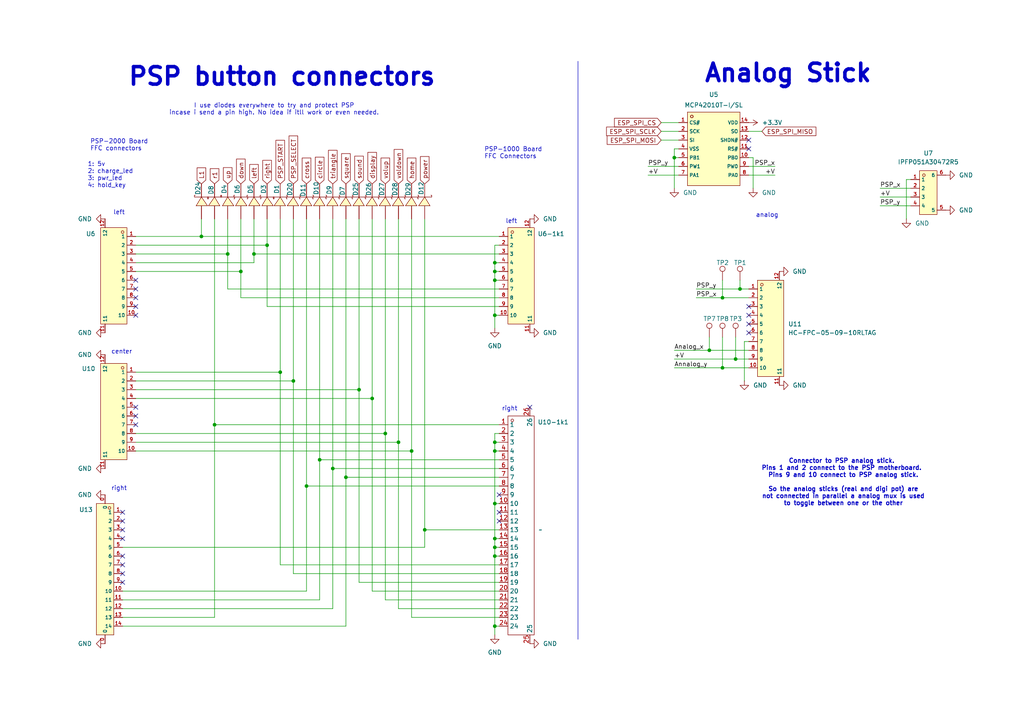
<source format=kicad_sch>
(kicad_sch (version 20231120) (generator "eeschema") (generator_version "8.0")
  (paper "A4")
  (title_block (title "PSP-Bluetooth") (date "2024-07-25") (rev "0.1") (comment 2 "https://github.com/ste2425/PSP-Bluetooth") (comment 4 "UNDER REVIEW - SUBJECT TO CHANGE"))
  (lib_symbols
    (symbol "1N5819WS_1" (pin_numbers hide) (pin_names hide)
      (property "Reference" "D" (at 0 1.27 0))
      (property "Value" "1N5819WS" (at 0 -2.54 0))
      (symbol "1N5819WS_1_0_1"
        (polyline (pts (xy -1.27 0) (xy -1.27 -2.032) (xy -0.762 -2.032) (xy -0.762 -1.778)))
        (polyline (pts (xy -1.27 0) (xy -1.27 2.032) (xy -1.778 2.032) (xy -1.778 1.778)))
        (polyline (pts (xy 1.27 1.524) (xy -1.27 0) (xy 1.27 -1.778) (xy 1.27 1.524)) (fill (type background)))
        (pin unspecified line (at -5.08 0 0) (length 3.81) (name "K") (number "1"))
        (pin unspecified line (at 5.08 0 180) (length 3.81) (name "A") (number "2"))
      )
    )
    (symbol "1N5819WS_10" (pin_numbers hide) (pin_names hide)
      (property "Reference" "D" (at 0 1.27 0))
      (property "Value" "1N5819WS" (at 0 -2.54 0))
      (symbol "1N5819WS_10_0_1"
        (polyline (pts (xy -1.27 0) (xy -1.27 -2.032) (xy -0.762 -2.032) (xy -0.762 -1.778)))
        (polyline (pts (xy -1.27 0) (xy -1.27 2.032) (xy -1.778 2.032) (xy -1.778 1.778)))
        (polyline (pts (xy 1.27 1.524) (xy -1.27 0) (xy 1.27 -1.778) (xy 1.27 1.524)) (fill (type background)))
        (pin unspecified line (at -5.08 0 0) (length 3.81) (name "K") (number "1"))
        (pin unspecified line (at 5.08 0 180) (length 3.81) (name "A") (number "2"))
      )
    )
    (symbol "1N5819WS_11" (pin_numbers hide) (pin_names hide)
      (property "Reference" "D" (at 0 1.27 0))
      (property "Value" "1N5819WS" (at 0 -2.54 0))
      (symbol "1N5819WS_11_0_1"
        (polyline (pts (xy -1.27 0) (xy -1.27 -2.032) (xy -0.762 -2.032) (xy -0.762 -1.778)))
        (polyline (pts (xy -1.27 0) (xy -1.27 2.032) (xy -1.778 2.032) (xy -1.778 1.778)))
        (polyline (pts (xy 1.27 1.524) (xy -1.27 0) (xy 1.27 -1.778) (xy 1.27 1.524)) (fill (type background)))
        (pin unspecified line (at -5.08 0 0) (length 3.81) (name "K") (number "1"))
        (pin unspecified line (at 5.08 0 180) (length 3.81) (name "A") (number "2"))
      )
    )
    (symbol "1N5819WS_12" (pin_numbers hide) (pin_names hide)
      (property "Reference" "D" (at 0 1.27 0))
      (property "Value" "1N5819WS" (at 0 -2.54 0))
      (symbol "1N5819WS_12_0_1"
        (polyline (pts (xy -1.27 0) (xy -1.27 -2.032) (xy -0.762 -2.032) (xy -0.762 -1.778)))
        (polyline (pts (xy -1.27 0) (xy -1.27 2.032) (xy -1.778 2.032) (xy -1.778 1.778)))
        (polyline (pts (xy 1.27 1.524) (xy -1.27 0) (xy 1.27 -1.778) (xy 1.27 1.524)) (fill (type background)))
        (pin unspecified line (at -5.08 0 0) (length 3.81) (name "K") (number "1"))
        (pin unspecified line (at 5.08 0 180) (length 3.81) (name "A") (number "2"))
      )
    )
    (symbol "1N5819WS_13" (pin_numbers hide) (pin_names hide)
      (property "Reference" "D" (at 0 1.27 0))
      (property "Value" "1N5819WS" (at 0 -2.54 0))
      (symbol "1N5819WS_13_0_1"
        (polyline (pts (xy -1.27 0) (xy -1.27 -2.032) (xy -0.762 -2.032) (xy -0.762 -1.778)))
        (polyline (pts (xy -1.27 0) (xy -1.27 2.032) (xy -1.778 2.032) (xy -1.778 1.778)))
        (polyline (pts (xy 1.27 1.524) (xy -1.27 0) (xy 1.27 -1.778) (xy 1.27 1.524)) (fill (type background)))
        (pin unspecified line (at -5.08 0 0) (length 3.81) (name "K") (number "1"))
        (pin unspecified line (at 5.08 0 180) (length 3.81) (name "A") (number "2"))
      )
    )
    (symbol "1N5819WS_14" (pin_numbers hide) (pin_names hide)
      (property "Reference" "D" (at 0 1.27 0))
      (property "Value" "1N5819WS" (at 0 -2.54 0))
      (symbol "1N5819WS_14_0_1"
        (polyline (pts (xy -1.27 0) (xy -1.27 -2.032) (xy -0.762 -2.032) (xy -0.762 -1.778)))
        (polyline (pts (xy -1.27 0) (xy -1.27 2.032) (xy -1.778 2.032) (xy -1.778 1.778)))
        (polyline (pts (xy 1.27 1.524) (xy -1.27 0) (xy 1.27 -1.778) (xy 1.27 1.524)) (fill (type background)))
        (pin unspecified line (at -5.08 0 0) (length 3.81) (name "K") (number "1"))
        (pin unspecified line (at 5.08 0 180) (length 3.81) (name "A") (number "2"))
      )
    )
    (symbol "1N5819WS_15" (pin_numbers hide) (pin_names hide)
      (property "Reference" "D" (at 0 1.27 0))
      (property "Value" "1N5819WS" (at 0 -2.54 0))
      (symbol "1N5819WS_15_0_1"
        (polyline (pts (xy -1.27 0) (xy -1.27 -2.032) (xy -0.762 -2.032) (xy -0.762 -1.778)))
        (polyline (pts (xy -1.27 0) (xy -1.27 2.032) (xy -1.778 2.032) (xy -1.778 1.778)))
        (polyline (pts (xy 1.27 1.524) (xy -1.27 0) (xy 1.27 -1.778) (xy 1.27 1.524)) (fill (type background)))
        (pin unspecified line (at -5.08 0 0) (length 3.81) (name "K") (number "1"))
        (pin unspecified line (at 5.08 0 180) (length 3.81) (name "A") (number "2"))
      )
    )
    (symbol "1N5819WS_16" (pin_numbers hide) (pin_names hide)
      (property "Reference" "D" (at 0 1.27 0))
      (property "Value" "1N5819WS" (at 0 -2.54 0))
      (symbol "1N5819WS_16_0_1"
        (polyline (pts (xy -1.27 0) (xy -1.27 -2.032) (xy -0.762 -2.032) (xy -0.762 -1.778)))
        (polyline (pts (xy -1.27 0) (xy -1.27 2.032) (xy -1.778 2.032) (xy -1.778 1.778)))
        (polyline (pts (xy 1.27 1.524) (xy -1.27 0) (xy 1.27 -1.778) (xy 1.27 1.524)) (fill (type background)))
        (pin unspecified line (at -5.08 0 0) (length 3.81) (name "K") (number "1"))
        (pin unspecified line (at 5.08 0 180) (length 3.81) (name "A") (number "2"))
      )
    )
    (symbol "1N5819WS_17" (pin_numbers hide) (pin_names hide)
      (property "Reference" "D" (at 0 1.27 0))
      (property "Value" "1N5819WS" (at 0 -2.54 0))
      (symbol "1N5819WS_17_0_1"
        (polyline (pts (xy -1.27 0) (xy -1.27 -2.032) (xy -0.762 -2.032) (xy -0.762 -1.778)))
        (polyline (pts (xy -1.27 0) (xy -1.27 2.032) (xy -1.778 2.032) (xy -1.778 1.778)))
        (polyline (pts (xy 1.27 1.524) (xy -1.27 0) (xy 1.27 -1.778) (xy 1.27 1.524)) (fill (type background)))
        (pin unspecified line (at -5.08 0 0) (length 3.81) (name "K") (number "1"))
        (pin unspecified line (at 5.08 0 180) (length 3.81) (name "A") (number "2"))
      )
    )
    (symbol "1N5819WS_2" (pin_numbers hide) (pin_names hide)
      (property "Reference" "D" (at 0 1.27 0))
      (property "Value" "1N5819WS" (at 0 -2.54 0))
      (symbol "1N5819WS_2_0_1"
        (polyline (pts (xy -1.27 0) (xy -1.27 -2.032) (xy -0.762 -2.032) (xy -0.762 -1.778)))
        (polyline (pts (xy -1.27 0) (xy -1.27 2.032) (xy -1.778 2.032) (xy -1.778 1.778)))
        (polyline (pts (xy 1.27 1.524) (xy -1.27 0) (xy 1.27 -1.778) (xy 1.27 1.524)) (fill (type background)))
        (pin unspecified line (at -5.08 0 0) (length 3.81) (name "K") (number "1"))
        (pin unspecified line (at 5.08 0 180) (length 3.81) (name "A") (number "2"))
      )
    )
    (symbol "1N5819WS_3" (pin_numbers hide) (pin_names hide)
      (property "Reference" "D" (at 0 1.27 0))
      (property "Value" "1N5819WS" (at 0 -2.54 0))
      (symbol "1N5819WS_3_0_1"
        (polyline (pts (xy -1.27 0) (xy -1.27 -2.032) (xy -0.762 -2.032) (xy -0.762 -1.778)))
        (polyline (pts (xy -1.27 0) (xy -1.27 2.032) (xy -1.778 2.032) (xy -1.778 1.778)))
        (polyline (pts (xy 1.27 1.524) (xy -1.27 0) (xy 1.27 -1.778) (xy 1.27 1.524)) (fill (type background)))
        (pin unspecified line (at -5.08 0 0) (length 3.81) (name "K") (number "1"))
        (pin unspecified line (at 5.08 0 180) (length 3.81) (name "A") (number "2"))
      )
    )
    (symbol "1N5819WS_4" (pin_numbers hide) (pin_names hide)
      (property "Reference" "D" (at 0 1.27 0))
      (property "Value" "1N5819WS" (at 0 -2.54 0))
      (symbol "1N5819WS_4_0_1"
        (polyline (pts (xy -1.27 0) (xy -1.27 -2.032) (xy -0.762 -2.032) (xy -0.762 -1.778)))
        (polyline (pts (xy -1.27 0) (xy -1.27 2.032) (xy -1.778 2.032) (xy -1.778 1.778)))
        (polyline (pts (xy 1.27 1.524) (xy -1.27 0) (xy 1.27 -1.778) (xy 1.27 1.524)) (fill (type background)))
        (pin unspecified line (at -5.08 0 0) (length 3.81) (name "K") (number "1"))
        (pin unspecified line (at 5.08 0 180) (length 3.81) (name "A") (number "2"))
      )
    )
    (symbol "1N5819WS_5" (pin_numbers hide) (pin_names hide)
      (property "Reference" "D" (at 0 1.27 0))
      (property "Value" "1N5819WS" (at 0 -2.54 0))
      (symbol "1N5819WS_5_0_1"
        (polyline (pts (xy -1.27 0) (xy -1.27 -2.032) (xy -0.762 -2.032) (xy -0.762 -1.778)))
        (polyline (pts (xy -1.27 0) (xy -1.27 2.032) (xy -1.778 2.032) (xy -1.778 1.778)))
        (polyline (pts (xy 1.27 1.524) (xy -1.27 0) (xy 1.27 -1.778) (xy 1.27 1.524)) (fill (type background)))
        (pin unspecified line (at -5.08 0 0) (length 3.81) (name "K") (number "1"))
        (pin unspecified line (at 5.08 0 180) (length 3.81) (name "A") (number "2"))
      )
    )
    (symbol "1N5819WS_6" (pin_numbers hide) (pin_names hide)
      (property "Reference" "D" (at 0 1.27 0))
      (property "Value" "1N5819WS" (at 0 -2.54 0))
      (symbol "1N5819WS_6_0_1"
        (polyline (pts (xy -1.27 0) (xy -1.27 -2.032) (xy -0.762 -2.032) (xy -0.762 -1.778)))
        (polyline (pts (xy -1.27 0) (xy -1.27 2.032) (xy -1.778 2.032) (xy -1.778 1.778)))
        (polyline (pts (xy 1.27 1.524) (xy -1.27 0) (xy 1.27 -1.778) (xy 1.27 1.524)) (fill (type background)))
        (pin unspecified line (at -5.08 0 0) (length 3.81) (name "K") (number "1"))
        (pin unspecified line (at 5.08 0 180) (length 3.81) (name "A") (number "2"))
      )
    )
    (symbol "1N5819WS_7" (pin_numbers hide) (pin_names hide)
      (property "Reference" "D" (at 0 1.27 0))
      (property "Value" "1N5819WS" (at 0 -2.54 0))
      (symbol "1N5819WS_7_0_1"
        (polyline (pts (xy -1.27 0) (xy -1.27 -2.032) (xy -0.762 -2.032) (xy -0.762 -1.778)))
        (polyline (pts (xy -1.27 0) (xy -1.27 2.032) (xy -1.778 2.032) (xy -1.778 1.778)))
        (polyline (pts (xy 1.27 1.524) (xy -1.27 0) (xy 1.27 -1.778) (xy 1.27 1.524)) (fill (type background)))
        (pin unspecified line (at -5.08 0 0) (length 3.81) (name "K") (number "1"))
        (pin unspecified line (at 5.08 0 180) (length 3.81) (name "A") (number "2"))
      )
    )
    (symbol "1N5819WS_8" (pin_numbers hide) (pin_names hide)
      (property "Reference" "D" (at 0 1.27 0))
      (property "Value" "1N5819WS" (at 0 -2.54 0))
      (symbol "1N5819WS_8_0_1"
        (polyline (pts (xy -1.27 0) (xy -1.27 -2.032) (xy -0.762 -2.032) (xy -0.762 -1.778)))
        (polyline (pts (xy -1.27 0) (xy -1.27 2.032) (xy -1.778 2.032) (xy -1.778 1.778)))
        (polyline (pts (xy 1.27 1.524) (xy -1.27 0) (xy 1.27 -1.778) (xy 1.27 1.524)) (fill (type background)))
        (pin unspecified line (at -5.08 0 0) (length 3.81) (name "K") (number "1"))
        (pin unspecified line (at 5.08 0 180) (length 3.81) (name "A") (number "2"))
      )
    )
    (symbol "1N5819WS_9" (pin_numbers hide) (pin_names hide)
      (property "Reference" "D" (at 0 1.27 0))
      (property "Value" "1N5819WS" (at 0 -2.54 0))
      (symbol "1N5819WS_9_0_1"
        (polyline (pts (xy -1.27 0) (xy -1.27 -2.032) (xy -0.762 -2.032) (xy -0.762 -1.778)))
        (polyline (pts (xy -1.27 0) (xy -1.27 2.032) (xy -1.778 2.032) (xy -1.778 1.778)))
        (polyline (pts (xy 1.27 1.524) (xy -1.27 0) (xy 1.27 -1.778) (xy 1.27 1.524)) (fill (type background)))
        (pin unspecified line (at -5.08 0 0) (length 3.81) (name "K") (number "1"))
        (pin unspecified line (at 5.08 0 180) (length 3.81) (name "A") (number "2"))
      )
    )
    (symbol "Connector:TestPoint" (pin_numbers hide) (pin_names (offset 0.762) hide)
      (property "Reference" "TP" (at 0 6.858 0))
      (property "Value" "TestPoint" (at 0 5.08 0))
      (symbol "TestPoint_0_1"
        (circle (center 0 3.302) (radius 0.762))
      )
      (symbol "TestPoint_1_1"
        (pin passive line (at 0 0 90) (length 2.54) (name "1") (number "1"))
      )
    )
    (symbol "JLCPCB_schematic:1N5819WS" (pin_numbers hide) (pin_names hide)
      (property "Reference" "D" (at 0 1.27 0))
      (property "Value" "1N5819WS" (at 0 -2.54 0))
      (symbol "1N5819WS_0_1"
        (polyline (pts (xy -1.27 0) (xy -1.27 -2.032) (xy -0.762 -2.032) (xy -0.762 -1.778)))
        (polyline (pts (xy -1.27 0) (xy -1.27 2.032) (xy -1.778 2.032) (xy -1.778 1.778)))
        (polyline (pts (xy 1.27 1.524) (xy -1.27 0) (xy 1.27 -1.778) (xy 1.27 1.524)) (fill (type background)))
        (pin unspecified line (at -5.08 0 0) (length 3.81) (name "K") (number "1"))
        (pin unspecified line (at 5.08 0 180) (length 3.81) (name "A") (number "2"))
      )
    )
    (symbol "JLCPCB_schematic:AFC42-S14FMA-1H"
      (property "Reference" "U" (at 0 1.27 0))
      (property "Value" "AFC42-S14FMA-1H" (at 0 -2.54 0))
      (symbol "AFC42-S14FMA-1H_0_1"
        (rectangle (start -2.54 19.05) (end 2.54 -19.05) (fill (type background)))
        (circle (center -1.27 17.78) (radius 0.381) (fill (type background)))
        (pin unspecified line (at 0 -21.59 90) (length 2.54) (name "0") (number "0"))
        (pin unspecified line (at 0 21.59 270) (length 2.54) (name "0") (number "0"))
        (pin unspecified line (at -5.08 16.51 0) (length 2.54) (name "1") (number "1"))
        (pin unspecified line (at -5.08 -6.35 0) (length 2.54) (name "10") (number "10"))
        (pin unspecified line (at -5.08 -8.89 0) (length 2.54) (name "11") (number "11"))
        (pin unspecified line (at -5.08 -11.43 0) (length 2.54) (name "12") (number "12"))
        (pin unspecified line (at -5.08 -13.97 0) (length 2.54) (name "13") (number "13"))
        (pin unspecified line (at -5.08 -16.51 0) (length 2.54) (name "14") (number "14"))
        (pin unspecified line (at -5.08 13.97 0) (length 2.54) (name "2") (number "2"))
        (pin unspecified line (at -5.08 11.43 0) (length 2.54) (name "3") (number "3"))
        (pin unspecified line (at -5.08 8.89 0) (length 2.54) (name "4") (number "4"))
        (pin unspecified line (at -5.08 6.35 0) (length 2.54) (name "5") (number "5"))
        (pin unspecified line (at -5.08 3.81 0) (length 2.54) (name "6") (number "6"))
        (pin unspecified line (at -5.08 1.27 0) (length 2.54) (name "7") (number "7"))
        (pin unspecified line (at -5.08 -1.27 0) (length 2.54) (name "8") (number "8"))
        (pin unspecified line (at -5.08 -3.81 0) (length 2.54) (name "9") (number "9"))
      )
    )
    (symbol "JLCPCB_schematic:HC-FPC-05-09-10RLTAG"
      (property "Reference" "U" (at 0 1.27 0))
      (property "Value" "HC-FPC-05-09-10RLTAG" (at 0 -2.54 0))
      (symbol "HC-FPC-05-09-10RLTAG_0_1"
        (rectangle (start -2.54 13.97) (end 5.08 -13.97) (fill (type background)))
        (circle (center -1.27 12.7) (radius 0.381) (fill (type background)))
        (pin unspecified line (at -5.08 11.43 0) (length 2.54) (name "1") (number "1"))
        (pin unspecified line (at -5.08 -11.43 0) (length 2.54) (name "10") (number "10"))
        (pin unspecified line (at 3.81 -16.51 90) (length 2.54) (name "11") (number "11"))
        (pin unspecified line (at 3.81 16.51 270) (length 2.54) (name "12") (number "12"))
        (pin unspecified line (at -5.08 8.89 0) (length 2.54) (name "2") (number "2"))
        (pin unspecified line (at -5.08 6.35 0) (length 2.54) (name "3") (number "3"))
        (pin unspecified line (at -5.08 3.81 0) (length 2.54) (name "4") (number "4"))
        (pin unspecified line (at -5.08 1.27 0) (length 2.54) (name "5") (number "5"))
        (pin unspecified line (at -5.08 -1.27 0) (length 2.54) (name "6") (number "6"))
        (pin unspecified line (at -5.08 -3.81 0) (length 2.54) (name "7") (number "7"))
        (pin unspecified line (at -5.08 -6.35 0) (length 2.54) (name "8") (number "8"))
        (pin unspecified line (at -5.08 -8.89 0) (length 2.54) (name "9") (number "9"))
      )
    )
    (symbol "JLCPCB_schematic:HC-FPC-05-09-24RLTAG"
      (property "Reference" "FPC" (at 0 0 0))
      (symbol "HC-FPC-05-09-24RLTAG_1_0"
        (rectangle (start -2.54 -31.75) (end 5.08 31.75))
        (circle (center -1.27 30.48) (radius 0.381))
        (pin unspecified line (at -5.08 29.21 0) (length 2.54) (name "1") (number "1"))
        (pin unspecified line (at -5.08 6.35 0) (length 2.54) (name "10") (number "10"))
        (pin unspecified line (at -5.08 3.81 0) (length 2.54) (name "11") (number "11"))
        (pin unspecified line (at -5.08 1.27 0) (length 2.54) (name "12") (number "12"))
        (pin unspecified line (at -5.08 -1.27 0) (length 2.54) (name "13") (number "13"))
        (pin unspecified line (at -5.08 -3.81 0) (length 2.54) (name "14") (number "14"))
        (pin unspecified line (at -5.08 -6.35 0) (length 2.54) (name "15") (number "15"))
        (pin unspecified line (at -5.08 -8.89 0) (length 2.54) (name "16") (number "16"))
        (pin unspecified line (at -5.08 -11.43 0) (length 2.54) (name "17") (number "17"))
        (pin unspecified line (at -5.08 -13.97 0) (length 2.54) (name "18") (number "18"))
        (pin unspecified line (at -5.08 -16.51 0) (length 2.54) (name "19") (number "19"))
        (pin unspecified line (at -5.08 26.67 0) (length 2.54) (name "2") (number "2"))
        (pin unspecified line (at -5.08 -19.05 0) (length 2.54) (name "20") (number "20"))
        (pin unspecified line (at -5.08 -21.59 0) (length 2.54) (name "21") (number "21"))
        (pin unspecified line (at -5.08 -24.13 0) (length 2.54) (name "22") (number "22"))
        (pin unspecified line (at -5.08 -26.67 0) (length 2.54) (name "23") (number "23"))
        (pin unspecified line (at -5.08 -29.21 0) (length 2.54) (name "24") (number "24"))
        (pin unspecified line (at 3.81 -34.29 90) (length 2.54) (name "25") (number "25"))
        (pin unspecified line (at 3.81 34.29 270) (length 2.54) (name "26") (number "26"))
        (pin unspecified line (at -5.08 24.13 0) (length 2.54) (name "3") (number "3"))
        (pin unspecified line (at -5.08 21.59 0) (length 2.54) (name "4") (number "4"))
        (pin unspecified line (at -5.08 19.05 0) (length 2.54) (name "5") (number "5"))
        (pin unspecified line (at -5.08 16.51 0) (length 2.54) (name "6") (number "6"))
        (pin unspecified line (at -5.08 13.97 0) (length 2.54) (name "7") (number "7"))
        (pin unspecified line (at -5.08 11.43 0) (length 2.54) (name "8") (number "8"))
        (pin unspecified line (at -5.08 8.89 0) (length 2.54) (name "9") (number "9"))
      )
    )
    (symbol "JLCPCB_schematic:IPFP051A30472R5"
      (property "Reference" "U" (at 0 1.27 0))
      (property "Value" "IPFP051A30472R5" (at 0 -2.54 0))
      (symbol "IPFP051A30472R5_0_1"
        (rectangle (start -2.54 6.35) (end 2.54 -6.35) (fill (type background)))
        (circle (center -1.27 5.08) (radius 0.381) (fill (type background)))
        (pin unspecified line (at -5.08 3.81 0) (length 2.54) (name "1") (number "1"))
        (pin unspecified line (at -5.08 1.27 0) (length 2.54) (name "2") (number "2"))
        (pin unspecified line (at -5.08 -1.27 0) (length 2.54) (name "3") (number "3"))
        (pin unspecified line (at -5.08 -3.81 0) (length 2.54) (name "4") (number "4"))
        (pin unspecified line (at 5.08 -5.08 180) (length 2.54) (name "5") (number "5"))
        (pin unspecified line (at 5.08 5.08 180) (length 2.54) (name "6") (number "6"))
      )
    )
    (symbol "JLCPCB_schematic:MCP42010T-I/SL"
      (property "Reference" "U" (at 0 1.27 0))
      (property "Value" "MCP42010T-I{slash}SL" (at 0 -2.54 0))
      (symbol "MCP42010T-I/SL_0_1"
        (rectangle (start -7.62 10.668) (end 7.62 -10.668) (fill (type background)))
        (circle (center -6.35 9.398) (radius 0.381) (fill (type background)))
        (circle (center -6.35 9.398) (radius 0.381) (fill (type background)))
        (pin unspecified line (at -10.16 7.62 0) (length 2.54) (name "CS#") (number "1"))
        (pin unspecified line (at 10.16 -2.54 180) (length 2.54) (name "PB0") (number "10"))
        (pin unspecified line (at 10.16 0 180) (length 2.54) (name "RS#") (number "11"))
        (pin unspecified line (at 10.16 2.54 180) (length 2.54) (name "SHDN#") (number "12"))
        (pin unspecified line (at 10.16 5.08 180) (length 2.54) (name "SO") (number "13"))
        (pin unspecified line (at 10.16 7.62 180) (length 2.54) (name "VDD") (number "14"))
        (pin unspecified line (at -10.16 5.08 0) (length 2.54) (name "SCK") (number "2"))
        (pin unspecified line (at -10.16 2.54 0) (length 2.54) (name "SI") (number "3"))
        (pin unspecified line (at -10.16 0 0) (length 2.54) (name "VSS") (number "4"))
        (pin unspecified line (at -10.16 -2.54 0) (length 2.54) (name "PB1") (number "5"))
        (pin unspecified line (at -10.16 -5.08 0) (length 2.54) (name "PW1") (number "6"))
        (pin unspecified line (at -10.16 -7.62 0) (length 2.54) (name "PA1") (number "7"))
        (pin unspecified line (at 10.16 -7.62 180) (length 2.54) (name "PA0") (number "8"))
        (pin unspecified line (at 10.16 -5.08 180) (length 2.54) (name "PW0") (number "9"))
      )
    )
    (symbol "power:+3.3V" (power) (pin_numbers hide) (pin_names (offset 0) hide)
      (property "Value" "+3.3V" (at 0 3.556 0))
      (symbol "+3.3V_0_1"
        (polyline (pts (xy -0.762 1.27) (xy 0 2.54)))
        (polyline (pts (xy 0 0) (xy 0 2.54)))
        (polyline (pts (xy 0 2.54) (xy 0.762 1.27)))
      )
      (symbol "+3.3V_1_1"
        (pin power_in line (at 0 0 90) (length 0) (name "~") (number "1"))
      )
    )
    (symbol "power:GND" (power) (pin_numbers hide) (pin_names (offset 0) hide)
      (property "Value" "GND" (at 0 -3.81 0))
      (symbol "GND_0_1"
        (polyline (pts (xy 0 0) (xy 0 -1.27) (xy 1.27 -1.27) (xy 0 -2.54) (xy -1.27 -1.27) (xy 0 -1.27)))
      )
      (symbol "GND_1_1"
        (pin power_in line (at 0 0 270) (length 0) (name "~") (number "1"))
      )
    )
  )
  (junction (at 209.55 86.36))
  (junction (at 214.63 83.82))
  (junction (at 143.51 76.2))
  (junction (at 66.04 73.66))
  (junction (at 119.38 130.81))
  (junction (at 107.95 115.57))
  (junction (at 143.51 91.44))
  (junction (at 92.71 133.35))
  (junction (at 96.52 135.89))
  (junction (at 143.51 158.75))
  (junction (at 143.51 146.05))
  (junction (at 205.74 101.6))
  (junction (at 77.47 71.12))
  (junction (at 209.55 106.68))
  (junction (at 213.36 104.14))
  (junction (at 62.23 123.19))
  (junction (at 143.51 156.21))
  (junction (at 123.19 153.67))
  (junction (at 143.51 181.61))
  (junction (at 143.51 81.28))
  (junction (at 115.57 128.27))
  (junction (at 73.66 73.66))
  (junction (at 143.51 78.74))
  (junction (at 104.14 113.03))
  (junction (at 69.85 78.74))
  (junction (at 88.9 140.97))
  (junction (at 143.51 161.29))
  (junction (at 111.76 125.73))
  (junction (at 85.09 110.49))
  (junction (at 195.58 45.72))
  (junction (at 100.33 138.43))
  (junction (at 143.51 130.81))
  (junction (at 58.42 68.58))
  (junction (at 143.51 128.27))
  (junction (at 81.28 107.95))
  (no_connect (at 217.17 91.44))
  (no_connect (at 39.37 118.11))
  (no_connect (at 217.17 43.18))
  (no_connect (at 39.37 86.36))
  (no_connect (at 35.56 148.59))
  (no_connect (at 39.37 88.9))
  (no_connect (at 35.56 161.29))
  (no_connect (at 39.37 81.28))
  (no_connect (at 35.56 168.91))
  (no_connect (at 144.78 148.59))
  (no_connect (at 217.17 96.52))
  (no_connect (at 35.56 151.13))
  (no_connect (at 39.37 91.44))
  (no_connect (at 35.56 163.83))
  (no_connect (at 217.17 40.64))
  (no_connect (at 144.78 143.51))
  (no_connect (at 39.37 120.65))
  (no_connect (at 217.17 88.9))
  (no_connect (at 217.17 93.98))
  (no_connect (at 39.37 123.19))
  (no_connect (at 35.56 156.21))
  (no_connect (at 35.56 166.37))
  (no_connect (at 35.56 153.67))
  (no_connect (at 153.67 118.11))
  (no_connect (at 144.78 151.13))
  (no_connect (at 39.37 83.82))
  (wire (pts (xy 143.51 128.27) (xy 144.78 128.27)))
  (wire (pts (xy 69.85 86.36) (xy 69.85 78.74)))
  (wire (pts (xy 39.37 68.58) (xy 58.42 68.58)))
  (wire (pts (xy 62.23 123.19) (xy 62.23 179.07)))
  (wire (pts (xy 81.28 107.95) (xy 81.28 163.83)))
  (wire (pts (xy 115.57 128.27) (xy 39.37 128.27)))
  (wire (pts (xy 96.52 63.5) (xy 96.52 135.89)))
  (wire (pts (xy 107.95 115.57) (xy 107.95 171.45)))
  (wire (pts (xy 195.58 104.14) (xy 213.36 104.14)))
  (wire (pts (xy 115.57 128.27) (xy 115.57 176.53)))
  (wire (pts (xy 191.77 35.56) (xy 196.85 35.56)))
  (wire (pts (xy 144.78 88.9) (xy 77.47 88.9)))
  (wire (pts (xy 115.57 176.53) (xy 144.78 176.53)))
  (wire (pts (xy 85.09 110.49) (xy 39.37 110.49)))
  (wire (pts (xy 255.27 54.61) (xy 264.16 54.61)))
  (wire (pts (xy 104.14 113.03) (xy 104.14 168.91)))
  (wire (pts (xy 143.51 146.05) (xy 143.51 156.21)))
  (wire (pts (xy 88.9 140.97) (xy 144.78 140.97)))
  (wire (pts (xy 66.04 73.66) (xy 66.04 83.82)))
  (wire (pts (xy 73.66 76.2) (xy 39.37 76.2)))
  (wire (pts (xy 77.47 88.9) (xy 77.47 71.12)))
  (wire (pts (xy 143.51 128.27) (xy 143.51 130.81)))
  (wire (pts (xy 81.28 163.83) (xy 144.78 163.83)))
  (wire (pts (xy 205.74 101.6) (xy 217.17 101.6)))
  (wire (pts (xy 62.23 179.07) (xy 35.56 179.07)))
  (wire (pts (xy 209.55 97.79) (xy 209.55 106.68)))
  (wire (pts (xy 100.33 138.43) (xy 100.33 181.61)))
  (wire (pts (xy 191.77 40.64) (xy 196.85 40.64)))
  (wire (pts (xy 143.51 156.21) (xy 143.51 158.75)))
  (wire (pts (xy 88.9 171.45) (xy 35.56 171.45)))
  (wire (pts (xy 88.9 140.97) (xy 88.9 171.45)))
  (wire (pts (xy 58.42 68.58) (xy 58.42 63.5)))
  (wire (pts (xy 123.19 63.5) (xy 123.19 153.67)))
  (wire (pts (xy 88.9 63.5) (xy 88.9 140.97)))
  (wire (pts (xy 123.19 158.75) (xy 35.56 158.75)))
  (wire (pts (xy 119.38 130.81) (xy 119.38 179.07)))
  (wire (pts (xy 85.09 166.37) (xy 144.78 166.37)))
  (wire (pts (xy 195.58 101.6) (xy 205.74 101.6)))
  (wire (pts (xy 111.76 173.99) (xy 144.78 173.99)))
  (wire (pts (xy 217.17 50.8) (xy 224.79 50.8)))
  (wire (pts (xy 143.51 76.2) (xy 144.78 76.2)))
  (wire (pts (xy 100.33 63.5) (xy 100.33 138.43)))
  (wire (pts (xy 143.51 130.81) (xy 143.51 146.05)))
  (wire (pts (xy 66.04 83.82) (xy 144.78 83.82)))
  (wire (pts (xy 111.76 63.5) (xy 111.76 125.73)))
  (wire (pts (xy 62.23 63.5) (xy 62.23 123.19)))
  (wire (pts (xy 213.36 97.79) (xy 213.36 104.14)))
  (wire (pts (xy 92.71 133.35) (xy 92.71 173.99)))
  (wire (pts (xy 77.47 63.5) (xy 77.47 71.12)))
  (wire (pts (xy 262.89 63.5) (xy 262.89 52.07)))
  (wire (pts (xy 92.71 173.99) (xy 35.56 173.99)))
  (wire (pts (xy 144.78 86.36) (xy 69.85 86.36)))
  (wire (pts (xy 143.51 158.75) (xy 144.78 158.75)))
  (wire (pts (xy 107.95 115.57) (xy 39.37 115.57)))
  (wire (pts (xy 96.52 135.89) (xy 96.52 176.53)))
  (wire (pts (xy 214.63 81.28) (xy 214.63 83.82)))
  (wire (pts (xy 115.57 63.5) (xy 115.57 128.27)))
  (wire (pts (xy 209.55 106.68) (xy 217.17 106.68)))
  (wire (pts (xy 214.63 83.82) (xy 217.17 83.82)))
  (wire (pts (xy 205.74 97.79) (xy 205.74 101.6)))
  (wire (pts (xy 218.44 54.61) (xy 218.44 45.72)))
  (wire (pts (xy 217.17 99.06) (xy 215.9 99.06)))
  (wire (pts (xy 209.55 81.28) (xy 209.55 86.36)))
  (wire (pts (xy 255.27 59.69) (xy 264.16 59.69)))
  (wire (pts (xy 85.09 110.49) (xy 85.09 166.37)))
  (wire (pts (xy 119.38 130.81) (xy 119.38 63.5)))
  (wire (pts (xy 195.58 54.61) (xy 195.58 45.72)))
  (wire (pts (xy 143.51 130.81) (xy 144.78 130.81)))
  (wire (pts (xy 143.51 78.74) (xy 143.51 81.28)))
  (wire (pts (xy 217.17 38.1) (xy 220.98 38.1)))
  (wire (pts (xy 107.95 171.45) (xy 144.78 171.45)))
  (wire (pts (xy 58.42 68.58) (xy 144.78 68.58)))
  (wire (pts (xy 215.9 110.49) (xy 215.9 99.06)))
  (wire (pts (xy 73.66 63.5) (xy 73.66 73.66)))
  (wire (pts (xy 143.51 161.29) (xy 144.78 161.29)))
  (wire (pts (xy 143.51 91.44) (xy 143.51 95.25)))
  (wire (pts (xy 100.33 138.43) (xy 144.78 138.43)))
  (wire (pts (xy 104.14 113.03) (xy 39.37 113.03)))
  (wire (pts (xy 195.58 106.68) (xy 209.55 106.68)))
  (wire (pts (xy 195.58 45.72) (xy 196.85 45.72)))
  (wire (pts (xy 143.51 81.28) (xy 144.78 81.28)))
  (wire (pts (xy 62.23 123.19) (xy 144.78 123.19)))
  (wire (pts (xy 255.27 57.15) (xy 264.16 57.15)))
  (wire (pts (xy 143.51 125.73) (xy 143.51 128.27)))
  (wire (pts (xy 66.04 63.5) (xy 66.04 73.66)))
  (wire (pts (xy 201.93 83.82) (xy 214.63 83.82)))
  (wire (pts (xy 201.93 86.36) (xy 209.55 86.36)))
  (wire (pts (xy 218.44 45.72) (xy 217.17 45.72)))
  (wire (pts (xy 224.79 48.26) (xy 217.17 48.26)))
  (wire (pts (xy 96.52 176.53) (xy 35.56 176.53)))
  (wire (pts (xy 111.76 125.73) (xy 39.37 125.73)))
  (wire (pts (xy 262.89 52.07) (xy 264.16 52.07)))
  (wire (pts (xy 143.51 146.05) (xy 144.78 146.05)))
  (wire (pts (xy 144.78 71.12) (xy 143.51 71.12)))
  (polyline (pts (xy 167.64 17.78) (xy 167.64 185.42)))
  (wire (pts (xy 69.85 78.74) (xy 39.37 78.74)))
  (wire (pts (xy 123.19 153.67) (xy 144.78 153.67)))
  (wire (pts (xy 191.77 38.1) (xy 196.85 38.1)))
  (wire (pts (xy 39.37 73.66) (xy 66.04 73.66)))
  (wire (pts (xy 96.52 135.89) (xy 144.78 135.89)))
  (wire (pts (xy 143.51 181.61) (xy 144.78 181.61)))
  (wire (pts (xy 69.85 63.5) (xy 69.85 78.74)))
  (wire (pts (xy 144.78 125.73) (xy 143.51 125.73)))
  (wire (pts (xy 123.19 153.67) (xy 123.19 158.75)))
  (wire (pts (xy 187.96 48.26) (xy 196.85 48.26)))
  (wire (pts (xy 143.51 156.21) (xy 144.78 156.21)))
  (wire (pts (xy 143.51 71.12) (xy 143.51 76.2)))
  (wire (pts (xy 39.37 71.12) (xy 77.47 71.12)))
  (wire (pts (xy 92.71 133.35) (xy 144.78 133.35)))
  (wire (pts (xy 143.51 161.29) (xy 143.51 181.61)))
  (wire (pts (xy 195.58 45.72) (xy 195.58 43.18)))
  (wire (pts (xy 143.51 158.75) (xy 143.51 161.29)))
  (wire (pts (xy 107.95 63.5) (xy 107.95 115.57)))
  (wire (pts (xy 119.38 179.07) (xy 144.78 179.07)))
  (wire (pts (xy 209.55 86.36) (xy 217.17 86.36)))
  (wire (pts (xy 100.33 181.61) (xy 35.56 181.61)))
  (wire (pts (xy 104.14 168.91) (xy 144.78 168.91)))
  (wire (pts (xy 73.66 73.66) (xy 144.78 73.66)))
  (wire (pts (xy 187.96 50.8) (xy 196.85 50.8)))
  (wire (pts (xy 143.51 91.44) (xy 144.78 91.44)))
  (wire (pts (xy 143.51 81.28) (xy 143.51 91.44)))
  (wire (pts (xy 73.66 73.66) (xy 73.66 76.2)))
  (wire (pts (xy 81.28 107.95) (xy 39.37 107.95)))
  (wire (pts (xy 92.71 63.5) (xy 92.71 133.35)))
  (wire (pts (xy 143.51 181.61) (xy 143.51 184.15)))
  (wire (pts (xy 143.51 76.2) (xy 143.51 78.74)))
  (wire (pts (xy 111.76 125.73) (xy 111.76 173.99)))
  (wire (pts (xy 213.36 104.14) (xy 217.17 104.14)))
  (wire (pts (xy 143.51 78.74) (xy 144.78 78.74)))
  (wire (pts (xy 81.28 63.5) (xy 81.28 107.95)))
  (wire (pts (xy 195.58 43.18) (xy 196.85 43.18)))
  (wire (pts (xy 39.37 130.81) (xy 119.38 130.81)))
  (wire (pts (xy 85.09 63.5) (xy 85.09 110.49)))
  (wire (pts (xy 104.14 63.5) (xy 104.14 113.03)))
  (text "I use diodes everywhere to try and protect PSP\nincase i send a pin high. No idea if itll work or even needed." (at 79.502 31.75 0) (effects (font (size 1.27 1.27))))
  (text "PSP-1000 Board\nFFC Connectors" (at 140.462 44.45 0) (effects (font (size 1.27 1.27)) (justify left)))
  (text "PSP button connectors" (at 81.788 22.352 0) (effects (font (size 5.08 5.08) (thickness 1.016) (bold yes))))
  (text "1: 5v\n2: charge_led\n3: pwr_led\n4: hold_key" (at 25.4 50.8 0) (effects (font (size 1.27 1.27)) (justify left)))
  (text "right" (at 34.544 141.732 0) (effects (font (size 1.27 1.27))))
  (text "analog" (at 222.504 62.484 0) (effects (font (size 1.27 1.27))))
  (text "Analog Stick" (at 228.6 21.336 0) (effects (font (size 5.08 5.08) (thickness 1.016) (bold yes))))
  (text "right" (at 147.828 118.618 0) (effects (font (size 1.27 1.27))))
  (text "left" (at 148.336 64.262 0) (effects (font (size 1.27 1.27))))
  (text "Connector to PSP analog stick. \nPins 1 and 2 connect to the PSP motherboard. \nPins 9 and 10 connect to PSP analog stick.\n\nSo the analog sticks (real and digi pot) are\nnot connected in parallel a analog mux is used\nto toggle between one or the other" (at 244.602 139.954 0) (effects (font (size 1.27 1.27) (bold yes))))
  (text "left" (at 34.544 61.722 0) (effects (font (size 1.27 1.27))))
  (text "center" (at 35.306 102.108 0) (effects (font (size 1.27 1.27))))
  (text "PSP-2000 Board\nFFC connectors" (at 26.162 42.164 0) (effects (font (size 1.27 1.27)) (justify left)))
  (label "Analog_x" (at 195.58 101.6 0))
  (label "PSP_x" (at 224.79 48.26 180))
  (label "PSP_y" (at 187.96 48.26 0))
  (label "+V" (at 195.58 104.14 0))
  (label "PSP_y" (at 201.93 83.82 0))
  (label "+V" (at 187.96 50.8 0))
  (label "PSP_x" (at 201.93 86.36 0))
  (label "+V" (at 255.27 57.15 0))
  (label "PSP_y" (at 255.27 59.69 0))
  (label "+V" (at 224.79 50.8 180))
  (label "PSP_x" (at 255.27 54.61 0))
  (label "Annalog_y" (at 195.58 106.68 0))
  (global_label "down" (shape input) (at 69.85 53.34 90) (property "Intersheetrefs" "${INTERSHEET_REFS}" (effects (hide yes))))
  (global_label "triangle" (shape input) (at 96.52 53.34 90) (property "Intersheetrefs" "${INTERSHEET_REFS}" (effects (hide yes))))
  (global_label "ESP_SPI_MOSI" (shape input) (at 191.77 40.64 180) (property "Intersheetrefs" "${INTERSHEET_REFS}" (effects (hide yes))))
  (global_label "power" (shape input) (at 123.19 53.34 90) (property "Intersheetrefs" "${INTERSHEET_REFS}" (effects (hide yes))))
  (global_label "up" (shape input) (at 66.04 53.34 90) (property "Intersheetrefs" "${INTERSHEET_REFS}" (effects (hide yes))))
  (global_label "voldown" (shape input) (at 115.57 53.34 90) (property "Intersheetrefs" "${INTERSHEET_REFS}" (effects (hide yes))))
  (global_label "L1" (shape input) (at 58.42 53.34 90) (property "Intersheetrefs" "${INTERSHEET_REFS}" (effects (hide yes))))
  (global_label "circle" (shape input) (at 92.71 53.34 90) (property "Intersheetrefs" "${INTERSHEET_REFS}" (effects (hide yes))))
  (global_label "sound" (shape input) (at 104.14 53.34 90) (property "Intersheetrefs" "${INTERSHEET_REFS}" (effects (hide yes))))
  (global_label "cross" (shape input) (at 88.9 53.34 90) (property "Intersheetrefs" "${INTERSHEET_REFS}" (effects (hide yes))))
  (global_label "ESP_SPI_MISO" (shape input) (at 220.98 38.1 0) (property "Intersheetrefs" "${INTERSHEET_REFS}" (effects (hide yes))))
  (global_label "r1" (shape input) (at 62.23 53.34 90) (property "Intersheetrefs" "${INTERSHEET_REFS}" (effects (hide yes))))
  (global_label "left" (shape input) (at 73.66 53.34 90) (property "Intersheetrefs" "${INTERSHEET_REFS}" (effects (hide yes))))
  (global_label "ESP_SPI_CS" (shape input) (at 191.77 35.56 180) (property "Intersheetrefs" "${INTERSHEET_REFS}" (effects (hide yes))))
  (global_label "volup" (shape input) (at 111.76 53.34 90) (property "Intersheetrefs" "${INTERSHEET_REFS}" (effects (hide yes))))
  (global_label "ESP_SPI_SCLK" (shape input) (at 191.77 38.1 180) (property "Intersheetrefs" "${INTERSHEET_REFS}" (effects (hide yes))))
  (global_label "PSP_SELECT" (shape input) (at 85.09 53.34 90) (property "Intersheetrefs" "${INTERSHEET_REFS}" (effects (hide yes))))
  (global_label "square" (shape input) (at 100.33 53.34 90) (property "Intersheetrefs" "${INTERSHEET_REFS}" (effects (hide yes))))
  (global_label "right" (shape input) (at 77.47 53.34 90) (property "Intersheetrefs" "${INTERSHEET_REFS}" (effects (hide yes))))
  (global_label "home" (shape input) (at 119.38 53.34 90) (property "Intersheetrefs" "${INTERSHEET_REFS}" (effects (hide yes))))
  (global_label "display" (shape input) (at 107.95 53.34 90) (property "Intersheetrefs" "${INTERSHEET_REFS}" (effects (hide yes))))
  (global_label "PSP_START" (shape input) (at 81.28 53.34 90) (property "Intersheetrefs" "${INTERSHEET_REFS}" (effects (hide yes))))
  (symbol (lib_id "power:GND") (at 30.48 102.87 270) (mirror x) (unit 1)
    (property "Reference" "#PWR039" (effects (hide yes)))
    (property "Value" "GND" (at 26.67 102.8699 90) (effects (justify right)))
    (property "Description" "Power symbol creates a global label with name \"GND\" , ground" (effects (hide yes)))
  )
  (symbol (lib_id "Connector:TestPoint") (at 214.63 81.28 0) (unit 1)
    (property "Reference" "TP1" (at 212.852 76.2 0) (effects (justify left)))
    (property "Value" "TestPoint" (effects (hide yes)))
    (property "Footprint" "TestPoint:TestPoint_Pad_D1.0mm" (effects (hide yes)))
    (property "Description" "test point" (effects (hide yes)))
  )
  (symbol (lib_id "Connector:TestPoint") (at 205.74 97.79 0) (unit 1)
    (property "Reference" "TP7" (at 203.962 92.456 0) (effects (justify left)))
    (property "Value" "TestPoint" (effects (hide yes)))
    (property "Footprint" "TestPoint:TestPoint_Pad_D1.0mm" (effects (hide yes)))
    (property "Description" "test point" (effects (hide yes)))
  )
  (symbol (lib_id "power:GND") (at 143.51 95.25 0) (unit 1)
    (property "Reference" "#PWR063" (effects (hide yes)))
    (property "Value" "GND" (at 143.51 100.33 0))
    (property "Description" "Power symbol creates a global label with name \"GND\" , ground" (effects (hide yes)))
  )
  (symbol (lib_id "power:GND") (at 30.48 143.51 270) (mirror x) (unit 1)
    (property "Reference" "#PWR068" (effects (hide yes)))
    (property "Value" "GND" (at 26.67 143.5099 90) (effects (justify right)))
    (property "Description" "Power symbol creates a global label with name \"GND\" , ground" (effects (hide yes)))
  )
  (symbol (lib_id "power:GND") (at 30.48 96.52 270) (mirror x) (unit 1)
    (property "Reference" "#PWR047" (effects (hide yes)))
    (property "Value" "GND" (at 26.67 96.5199 90) (effects (justify right)))
    (property "Description" "Power symbol creates a global label with name \"GND\" , ground" (effects (hide yes)))
  )
  (symbol (lib_name "1N5819WS_2") (lib_id "JLCPCB_schematic:1N5819WS") (at 73.66 58.42 90) (mirror x) (unit 1)
    (property "Reference" "D5" (at 72.644 54.864 0))
    (property "Value" "1N5819WS" (effects (hide yes)))
    (property "Footprint" "JLCPCB_footprint:SOD-323_L1.8-W1.3-LS2.5-RD" (effects (hide yes)))
    (property "Datasheet" "https://item.szlcsc.com/295156.html" (effects (hide yes)))
    (property "Description" "shotkey diode" (effects (hide yes)))
    (property "LCSC" "C191023" (effects (hide yes)))
  )
  (symbol (lib_id "power:GND") (at 30.48 186.69 270) (mirror x) (unit 1)
    (property "Reference" "#PWR069" (effects (hide yes)))
    (property "Value" "GND" (at 26.67 186.6899 90) (effects (justify right)))
    (property "Description" "Power symbol creates a global label with name \"GND\" , ground" (effects (hide yes)))
  )
  (symbol (lib_id "power:GND") (at 153.67 96.52 90) (unit 1)
    (property "Reference" "#PWR061" (effects (hide yes)))
    (property "Value" "GND" (at 157.48 96.5199 90) (effects (justify right)))
    (property "Description" "Power symbol creates a global label with name \"GND\" , ground" (effects (hide yes)))
  )
  (symbol (lib_name "1N5819WS_14") (lib_id "JLCPCB_schematic:1N5819WS") (at 100.33 58.42 270) (unit 1)
    (property "Reference" "D7" (at 99.314 55.372 0))
    (property "Value" "1N5819WS" (effects (hide yes)))
    (property "Footprint" "JLCPCB_footprint:SOD-323_L1.8-W1.3-LS2.5-RD" (effects (hide yes)))
    (property "Datasheet" "https://item.szlcsc.com/295156.html" (effects (hide yes)))
    (property "Description" "shotkey diode" (effects (hide yes)))
    (property "LCSC" "C191023" (effects (hide yes)))
  )
  (symbol (lib_id "power:GND") (at 274.32 50.8 90) (unit 1)
    (property "Reference" "#PWR053" (effects (hide yes)))
    (property "Value" "GND" (at 278.13 50.7999 90) (effects (justify right)))
    (property "Description" "Power symbol creates a global label with name \"GND\" , ground" (effects (hide yes)))
  )
  (symbol (lib_id "power:GND") (at 274.32 60.96 90) (unit 1)
    (property "Reference" "#PWR026" (effects (hide yes)))
    (property "Value" "GND" (at 278.13 60.9599 90) (effects (justify right)))
    (property "Description" "Power symbol creates a global label with name \"GND\" , ground" (effects (hide yes)))
  )
  (symbol (lib_id "power:GND") (at 215.9 110.49 0) (unit 1)
    (property "Reference" "#PWR040" (effects (hide yes)))
    (property "Value" "GND" (at 218.44 111.7599 0) (effects (justify left)))
    (property "Description" "Power symbol creates a global label with name \"GND\" , ground" (effects (hide yes)))
  )
  (symbol (lib_id "power:GND") (at 153.67 63.5 90) (unit 1)
    (property "Reference" "#PWR062" (effects (hide yes)))
    (property "Value" "GND" (at 157.48 63.4999 90) (effects (justify right)))
    (property "Description" "Power symbol creates a global label with name \"GND\" , ground" (effects (hide yes)))
  )
  (symbol (lib_id "Connector:TestPoint") (at 213.36 97.79 0) (unit 1)
    (property "Reference" "TP3" (at 211.582 92.456 0) (effects (justify left)))
    (property "Value" "TestPoint" (effects (hide yes)))
    (property "Footprint" "TestPoint:TestPoint_Pad_D1.0mm" (effects (hide yes)))
    (property "Description" "test point" (effects (hide yes)))
  )
  (symbol (lib_id "JLCPCB_schematic:HC-FPC-05-09-10RLTAG") (at 149.86 80.01 0) (unit 1)
    (property "Reference" "U6-1k1" (at 155.956 67.818 0) (effects (justify left)))
    (property "Value" "HC-FPC-05-09-10RLTAG" (effects (hide yes)))
    (property "Footprint" "JLCPCB_footprint:FPC-SMD_10P-P0.50_HC-FPC-05-09-10RLTAG" (effects (hide yes)))
    (property "Datasheet" "https://atta.szlcsc.com/upload/public/pdf/source/20221026/52A26161A88FCE07A06989F8D4399614.pdf" (effects (hide yes)))
    (property "LCSC" "C5213750" (effects (hide yes)))
  )
  (symbol (lib_name "1N5819WS_13") (lib_id "JLCPCB_schematic:1N5819WS") (at 92.71 58.42 270) (unit 1)
    (property "Reference" "D10" (at 91.694 54.61 0))
    (property "Value" "1N5819WS" (effects (hide yes)))
    (property "Footprint" "JLCPCB_footprint:SOD-323_L1.8-W1.3-LS2.5-RD" (effects (hide yes)))
    (property "Datasheet" "https://item.szlcsc.com/295156.html" (effects (hide yes)))
    (property "Description" "shotkey diode" (effects (hide yes)))
    (property "LCSC" "C191023" (effects (hide yes)))
  )
  (symbol (lib_id "JLCPCB_schematic:HC-FPC-05-09-10RLTAG") (at 34.29 80.01 0) (mirror y) (unit 1)
    (property "Reference" "U6" (at 27.686 67.818 0) (effects (justify left)))
    (property "Value" "HC-FPC-05-09-10RLTAG" (effects (hide yes)))
    (property "Footprint" "JLCPCB_footprint:FPC-SMD_10P-P0.50_HC-FPC-05-09-10RLTAG" (effects (hide yes)))
    (property "Datasheet" "https://atta.szlcsc.com/upload/public/pdf/source/20221026/52A26161A88FCE07A06989F8D4399614.pdf" (effects (hide yes)))
    (property "LCSC" "C5213750" (effects (hide yes)))
  )
  (symbol (lib_id "JLCPCB_schematic:HC-FPC-05-09-10RLTAG") (at 34.29 119.38 0) (mirror y) (unit 1)
    (property "Reference" "U10" (at 27.686 106.934 0) (effects (justify left)))
    (property "Value" "HC-FPC-05-09-10RLTAG" (effects (hide yes)))
    (property "Footprint" "JLCPCB_footprint:FPC-SMD_10P-P0.50_HC-FPC-05-09-10RLTAG" (effects (hide yes)))
    (property "Datasheet" "https://atta.szlcsc.com/upload/public/pdf/source/20221026/52A26161A88FCE07A06989F8D4399614.pdf" (effects (hide yes)))
    (property "LCSC" "C5213750" (effects (hide yes)))
  )
  (symbol (lib_id "power:+3.3V") (at 217.17 35.56 270) (unit 1)
    (property "Reference" "#PWR024" (effects (hide yes)))
    (property "Value" "+3.3V" (at 220.98 35.5599 90) (effects (justify left)))
    (property "Description" "Power symbol creates a global label with name \"+3.3V\"" (effects (hide yes)))
  )
  (symbol (lib_name "1N5819WS_6") (lib_id "JLCPCB_schematic:1N5819WS") (at 81.28 58.42 270) (unit 1)
    (property "Reference" "D1" (at 80.264 54.864 0))
    (property "Value" "1N5819WS" (effects (hide yes)))
    (property "Footprint" "JLCPCB_footprint:SOD-323_L1.8-W1.3-LS2.5-RD" (effects (hide yes)))
    (property "Datasheet" "https://item.szlcsc.com/295156.html" (effects (hide yes)))
    (property "Description" "shotkey diode" (effects (hide yes)))
    (property "LCSC" "C191023" (effects (hide yes)))
  )
  (symbol (lib_name "1N5819WS_3") (lib_id "JLCPCB_schematic:1N5819WS") (at 58.42 58.42 90) (mirror x) (unit 1)
    (property "Reference" "D24" (at 57.404 54.61 0))
    (property "Value" "1N5819WS" (effects (hide yes)))
    (property "Footprint" "JLCPCB_footprint:SOD-323_L1.8-W1.3-LS2.5-RD" (effects (hide yes)))
    (property "Datasheet" "https://item.szlcsc.com/295156.html" (effects (hide yes)))
    (property "Description" "shotkey diode" (effects (hide yes)))
    (property "LCSC" "C191023" (effects (hide yes)))
  )
  (symbol (lib_id "JLCPCB_schematic:AFC42-S14FMA-1H") (at 30.48 165.1 0) (mirror y) (unit 1)
    (property "Reference" "U13" (at 26.924 147.828 0) (effects (justify left)))
    (property "Value" "AFC42-S14FMA-1H" (effects (hide yes)))
    (property "Footprint" "JLCPCB_footprint:CONN-SMD_14P-P0.50_L3.1-W9.0" (effects (hide yes)))
    (property "Datasheet" "https://item.szlcsc.com/472046.html?ref=editor&logined=true" (effects (hide yes)))
    (property "Description" "14pin 0.5mm pitch 1mm height top/bottom contacts" (effects (hide yes)))
    (property "LCSC" "C466533" (effects (hide yes)))
  )
  (symbol (lib_id "power:GND") (at 218.44 54.61 0) (unit 1)
    (property "Reference" "#PWR027" (effects (hide yes)))
    (property "Value" "GND" (at 220.98 55.8799 0) (effects (justify left)))
    (property "Description" "Power symbol creates a global label with name \"GND\" , ground" (effects (hide yes)))
  )
  (symbol (lib_name "1N5819WS_5") (lib_id "JLCPCB_schematic:1N5819WS") (at 66.04 58.42 90) (mirror x) (unit 1)
    (property "Reference" "D4" (at 65.024 54.864 0))
    (property "Value" "1N5819WS" (effects (hide yes)))
    (property "Footprint" "JLCPCB_footprint:SOD-323_L1.8-W1.3-LS2.5-RD" (effects (hide yes)))
    (property "Datasheet" "https://item.szlcsc.com/295156.html" (effects (hide yes)))
    (property "Description" "shotkey diode" (effects (hide yes)))
    (property "LCSC" "C191023" (effects (hide yes)))
  )
  (symbol (lib_name "1N5819WS_17") (lib_id "JLCPCB_schematic:1N5819WS") (at 96.52 58.42 270) (unit 1)
    (property "Reference" "D9" (at 95.504 55.118 0))
    (property "Value" "1N5819WS" (effects (hide yes)))
    (property "Footprint" "JLCPCB_footprint:SOD-323_L1.8-W1.3-LS2.5-RD" (effects (hide yes)))
    (property "Datasheet" "https://item.szlcsc.com/295156.html" (effects (hide yes)))
    (property "Description" "shotkey diode" (effects (hide yes)))
    (property "LCSC" "C191023" (effects (hide yes)))
  )
  (symbol (lib_id "JLCPCB_schematic:HC-FPC-05-09-24RLTAG") (at 149.86 152.4 0) (unit 1)
    (property "Reference" "U10-1k1" (at 155.956 122.428 0) (effects (justify left)))
    (property "Value" "~" (at 156.21 153.67 0) (effects (justify left)))
    (property "Footprint" "JLCPCB_footprint:FPC-SMD_24P-P0.50_HC-FPC-05-09-24RLTAG" (effects (hide yes)))
    (property "Datasheet" "https://atta.szlcsc.com/upload/public/pdf/source/20221026/52A26161A88FCE07A06989F8D4399614.pdf" (effects (hide yes)))
    (property "Description" "Locking Feature:Clamshell Contact Type:Double-sided contacts/up and down connection Number of Contacts:24P Pitch:0.5mm Mounting Type:卧贴 FFC, FCB Thickness:0.3mm FFC, FCB Thickness:0.3mm Height Above Board:1mm Contact Material:Copper Alloy Operating Temper" (effects (hide yes)))
    (property "Manufacturer Part" "HC-FPC-05-09-24RLTAG" (effects (hide yes)))
    (property "Manufacturer" "HCTL" (effects (hide yes)))
    (property "Supplier Part" "C5213757" (effects (hide yes)))
    (property "Supplier" "LCSC" (effects (hide yes)))
  )
  (symbol (lib_id "power:GND") (at 226.06 111.76 90) (unit 1)
    (property "Reference" "#PWR052" (effects (hide yes)))
    (property "Value" "GND" (at 229.87 111.7599 90) (effects (justify right)))
    (property "Description" "Power symbol creates a global label with name \"GND\" , ground" (effects (hide yes)))
  )
  (symbol (lib_id "JLCPCB_schematic:MCP42010T-I/SL") (at 207.01 43.18 0) (unit 1)
    (property "Reference" "U5" (at 207.01 27.432 0))
    (property "Value" "MCP42010T-I/SL" (at 207.01 30.48 0))
    (property "Footprint" "JLCPCB_footprint:SOIC-14_L10.0-W5.5-P1.27-LS7.8-BL" (effects (hide yes)))
    (property "Datasheet" "https://item.szlcsc.com/7181.html" (effects (hide yes)))
    (property "Description" "10k SPI 256 step digital pot" (effects (hide yes)))
    (property "LCSC" "C54781" (effects (hide yes)))
  )
  (symbol (lib_name "1N5819WS_7") (lib_id "JLCPCB_schematic:1N5819WS") (at 85.09 58.42 270) (unit 1)
    (property "Reference" "D20" (at 84.074 54.864 0))
    (property "Value" "1N5819WS" (effects (hide yes)))
    (property "Footprint" "JLCPCB_footprint:SOD-323_L1.8-W1.3-LS2.5-RD" (effects (hide yes)))
    (property "Datasheet" "https://item.szlcsc.com/295156.html" (effects (hide yes)))
    (property "Description" "shotkey diode" (effects (hide yes)))
    (property "LCSC" "C191023" (effects (hide yes)))
  )
  (symbol (lib_id "Connector:TestPoint") (at 209.55 97.79 0) (unit 1)
    (property "Reference" "TP8" (at 207.772 92.456 0) (effects (justify left)))
    (property "Value" "TestPoint" (effects (hide yes)))
    (property "Footprint" "TestPoint:TestPoint_Pad_D1.0mm" (effects (hide yes)))
    (property "Description" "test point" (effects (hide yes)))
  )
  (symbol (lib_name "1N5819WS_4") (lib_id "JLCPCB_schematic:1N5819WS") (at 77.47 58.42 90) (mirror x) (unit 1)
    (property "Reference" "D3" (at 76.454 54.864 0))
    (property "Value" "1N5819WS" (effects (hide yes)))
    (property "Footprint" "JLCPCB_footprint:SOD-323_L1.8-W1.3-LS2.5-RD" (effects (hide yes)))
    (property "Datasheet" "https://item.szlcsc.com/295156.html" (effects (hide yes)))
    (property "Description" "shotkey diode" (effects (hide yes)))
    (property "LCSC" "C191023" (effects (hide yes)))
  )
  (symbol (lib_id "JLCPCB_schematic:IPFP051A30472R5") (at 269.24 55.88 0) (unit 1)
    (property "Reference" "U7" (at 269.24 44.45 0))
    (property "Value" "IPFP051A30472R5" (at 269.24 46.99 0))
    (property "Footprint" "JLCPCB_footprint:FPC-SMD_4P-P0.50_C9900013912" (effects (hide yes)))
    (property "Datasheet" "https://img.jlc.com/image//data/smt-stock-produce/componentSizePhoto/2022-04-12/ea2c04014117488b9578fa04d79ee18d/BG2204100159_D22032900071_font.png" (effects (hide yes)))
    (property "LCSC" "C5127055" (effects (hide yes)))
  )
  (symbol (lib_id "power:GND") (at 30.48 63.5 270) (mirror x) (unit 1)
    (property "Reference" "#PWR044" (effects (hide yes)))
    (property "Value" "GND" (at 26.67 63.4999 90) (effects (justify right)))
    (property "Description" "Power symbol creates a global label with name \"GND\" , ground" (effects (hide yes)))
  )
  (symbol (lib_id "power:GND") (at 226.06 78.74 90) (unit 1)
    (property "Reference" "#PWR051" (effects (hide yes)))
    (property "Value" "GND" (at 229.87 78.7399 90) (effects (justify right)))
    (property "Description" "Power symbol creates a global label with name \"GND\" , ground" (effects (hide yes)))
  )
  (symbol (lib_name "1N5819WS_11") (lib_id "JLCPCB_schematic:1N5819WS") (at 119.38 58.42 270) (unit 1)
    (property "Reference" "D29" (at 118.364 54.864 0))
    (property "Value" "1N5819WS" (effects (hide yes)))
    (property "Footprint" "JLCPCB_footprint:SOD-323_L1.8-W1.3-LS2.5-RD" (effects (hide yes)))
    (property "Datasheet" "https://item.szlcsc.com/295156.html" (effects (hide yes)))
    (property "Description" "shotkey diode" (effects (hide yes)))
    (property "LCSC" "C191023" (effects (hide yes)))
  )
  (symbol (lib_id "power:GND") (at 262.89 63.5 0) (unit 1)
    (property "Reference" "#PWR037" (effects (hide yes)))
    (property "Value" "GND" (at 265.43 64.7699 0) (effects (justify left)))
    (property "Description" "Power symbol creates a global label with name \"GND\" , ground" (effects (hide yes)))
  )
  (symbol (lib_name "1N5819WS_8") (lib_id "JLCPCB_schematic:1N5819WS") (at 107.95 58.42 270) (unit 1)
    (property "Reference" "D26" (at 106.934 54.864 0))
    (property "Value" "1N5819WS" (effects (hide yes)))
    (property "Footprint" "JLCPCB_footprint:SOD-323_L1.8-W1.3-LS2.5-RD" (effects (hide yes)))
    (property "Datasheet" "https://item.szlcsc.com/295156.html" (effects (hide yes)))
    (property "Description" "shotkey diode" (effects (hide yes)))
    (property "LCSC" "C191023" (effects (hide yes)))
  )
  (symbol (lib_id "power:GND") (at 30.48 135.89 270) (mirror x) (unit 1)
    (property "Reference" "#PWR065" (effects (hide yes)))
    (property "Value" "GND" (at 26.67 135.8899 90) (effects (justify right)))
    (property "Description" "Power symbol creates a global label with name \"GND\" , ground" (effects (hide yes)))
  )
  (symbol (lib_id "power:GND") (at 195.58 54.61 0) (unit 1)
    (property "Reference" "#PWR025" (effects (hide yes)))
    (property "Value" "GND" (at 198.12 55.8799 0) (effects (justify left)))
    (property "Description" "Power symbol creates a global label with name \"GND\" , ground" (effects (hide yes)))
  )
  (symbol (lib_id "JLCPCB_schematic:HC-FPC-05-09-10RLTAG") (at 222.25 95.25 0) (unit 1)
    (property "Reference" "U11" (at 228.6 93.9799 0) (effects (justify left)))
    (property "Value" "HC-FPC-05-09-10RLTAG" (at 228.6 96.5199 0) (effects (justify left)))
    (property "Footprint" "JLCPCB_footprint:FPC-SMD_10P-P0.50_HC-FPC-05-09-10RLTAG" (effects (hide yes)))
    (property "Datasheet" "https://atta.szlcsc.com/upload/public/pdf/source/20221026/52A26161A88FCE07A06989F8D4399614.pdf" (effects (hide yes)))
    (property "LCSC" "C5213750" (effects (hide yes)))
  )
  (symbol (lib_id "power:GND") (at 143.51 184.15 0) (unit 1)
    (property "Reference" "#PWR064" (effects (hide yes)))
    (property "Value" "GND" (at 143.51 189.23 0))
    (property "Description" "Power symbol creates a global label with name \"GND\" , ground" (effects (hide yes)))
  )
  (symbol (lib_name "1N5819WS_1") (lib_id "JLCPCB_schematic:1N5819WS") (at 69.85 58.42 90) (mirror x) (unit 1)
    (property "Reference" "D6" (at 68.834 54.864 0))
    (property "Value" "1N5819WS" (effects (hide yes)))
    (property "Footprint" "JLCPCB_footprint:SOD-323_L1.8-W1.3-LS2.5-RD" (effects (hide yes)))
    (property "Datasheet" "https://item.szlcsc.com/295156.html" (effects (hide yes)))
    (property "Description" "shotkey diode" (effects (hide yes)))
    (property "LCSC" "C191023" (effects (hide yes)))
  )
  (symbol (lib_id "power:GND") (at 153.67 186.69 90) (unit 1)
    (property "Reference" "#PWR055" (effects (hide yes)))
    (property "Value" "GND" (at 157.48 186.6899 90) (effects (justify right)))
    (property "Description" "Power symbol creates a global label with name \"GND\" , ground" (effects (hide yes)))
  )
  (symbol (lib_name "1N5819WS_15") (lib_id "JLCPCB_schematic:1N5819WS") (at 62.23 58.42 270) (unit 1)
    (property "Reference" "D8" (at 61.214 55.118 0))
    (property "Value" "1N5819WS" (effects (hide yes)))
    (property "Footprint" "JLCPCB_footprint:SOD-323_L1.8-W1.3-LS2.5-RD" (effects (hide yes)))
    (property "Datasheet" "https://item.szlcsc.com/295156.html" (effects (hide yes)))
    (property "Description" "shotkey diode" (effects (hide yes)))
    (property "LCSC" "C191023" (effects (hide yes)))
  )
  (symbol (lib_name "1N5819WS_12") (lib_id "JLCPCB_schematic:1N5819WS") (at 115.57 58.42 270) (unit 1)
    (property "Reference" "D28" (at 114.554 54.864 0))
    (property "Value" "1N5819WS" (effects (hide yes)))
    (property "Footprint" "JLCPCB_footprint:SOD-323_L1.8-W1.3-LS2.5-RD" (effects (hide yes)))
    (property "Datasheet" "https://item.szlcsc.com/295156.html" (effects (hide yes)))
    (property "Description" "shotkey diode" (effects (hide yes)))
    (property "LCSC" "C191023" (effects (hide yes)))
  )
  (symbol (lib_name "1N5819WS_9") (lib_id "JLCPCB_schematic:1N5819WS") (at 111.76 58.42 270) (unit 1)
    (property "Reference" "D27" (at 110.744 54.864 0))
    (property "Value" "1N5819WS" (effects (hide yes)))
    (property "Footprint" "JLCPCB_footprint:SOD-323_L1.8-W1.3-LS2.5-RD" (effects (hide yes)))
    (property "Datasheet" "https://item.szlcsc.com/295156.html" (effects (hide yes)))
    (property "Description" "shotkey diode" (effects (hide yes)))
    (property "LCSC" "C191023" (effects (hide yes)))
  )
  (symbol (lib_name "1N5819WS_16") (lib_id "JLCPCB_schematic:1N5819WS") (at 123.19 58.42 270) (unit 1)
    (property "Reference" "D12" (at 122.174 54.61 0))
    (property "Value" "1N5819WS" (effects (hide yes)))
    (property "Footprint" "JLCPCB_footprint:SOD-323_L1.8-W1.3-LS2.5-RD" (effects (hide yes)))
    (property "Datasheet" "https://item.szlcsc.com/295156.html" (effects (hide yes)))
    (property "Description" "shotkey diode" (effects (hide yes)))
    (property "LCSC" "C191023" (effects (hide yes)))
  )
  (symbol (lib_id "JLCPCB_schematic:1N5819WS") (at 88.9 58.42 270) (unit 1)
    (property "Reference" "D11" (at 87.884 55.118 0))
    (property "Value" "1N5819WS" (effects (hide yes)))
    (property "Footprint" "JLCPCB_footprint:SOD-323_L1.8-W1.3-LS2.5-RD" (effects (hide yes)))
    (property "Datasheet" "https://item.szlcsc.com/295156.html" (effects (hide yes)))
    (property "Description" "shotkey diode" (effects (hide yes)))
    (property "LCSC" "C191023" (effects (hide yes)))
  )
  (symbol (lib_name "1N5819WS_10") (lib_id "JLCPCB_schematic:1N5819WS") (at 104.14 58.42 270) (unit 1)
    (property "Reference" "D25" (at 103.124 54.864 0))
    (property "Value" "1N5819WS" (effects (hide yes)))
    (property "Footprint" "JLCPCB_footprint:SOD-323_L1.8-W1.3-LS2.5-RD" (effects (hide yes)))
    (property "Datasheet" "https://item.szlcsc.com/295156.html" (effects (hide yes)))
    (property "Description" "shotkey diode" (effects (hide yes)))
    (property "LCSC" "C191023" (effects (hide yes)))
  )
  (symbol (lib_id "Connector:TestPoint") (at 209.55 81.28 0) (unit 1)
    (property "Reference" "TP2" (at 207.772 76.2 0) (effects (justify left)))
    (property "Value" "TestPoint" (effects (hide yes)))
    (property "Footprint" "TestPoint:TestPoint_Pad_D1.0mm" (effects (hide yes)))
    (property "Description" "test point" (effects (hide yes)))
  )
)
</source>
